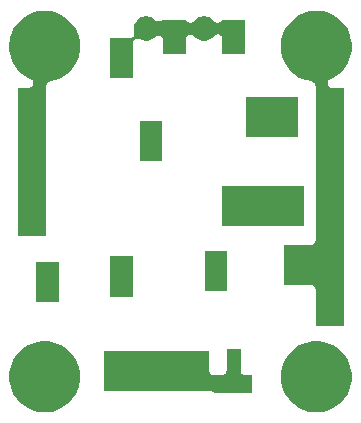
<source format=gbr>
G04 #@! TF.GenerationSoftware,KiCad,Pcbnew,(5.0.0)*
G04 #@! TF.CreationDate,2019-02-01T13:11:41+03:00*
G04 #@! TF.ProjectId,aks,616B732E6B696361645F706362000000,rev?*
G04 #@! TF.SameCoordinates,Original*
G04 #@! TF.FileFunction,Soldermask,Bot*
G04 #@! TF.FilePolarity,Negative*
%FSLAX46Y46*%
G04 Gerber Fmt 4.6, Leading zero omitted, Abs format (unit mm)*
G04 Created by KiCad (PCBNEW (5.0.0)) date 02/01/19 13:11:41*
%MOMM*%
%LPD*%
G01*
G04 APERTURE LIST*
%ADD10C,0.100000*%
G04 APERTURE END LIST*
D10*
G36*
X495585271Y-315057644D02*
X495875068Y-315115288D01*
X496421033Y-315341434D01*
X496912389Y-315669748D01*
X497330252Y-316087611D01*
X497658566Y-316578967D01*
X497884712Y-317124932D01*
X498000000Y-317704526D01*
X498000000Y-318295474D01*
X497884712Y-318875068D01*
X497658566Y-319421033D01*
X497330252Y-319912389D01*
X496912389Y-320330252D01*
X496421033Y-320658566D01*
X495875068Y-320884712D01*
X495585271Y-320942356D01*
X495295475Y-321000000D01*
X494704525Y-321000000D01*
X494414729Y-320942356D01*
X494124932Y-320884712D01*
X493578967Y-320658566D01*
X493087611Y-320330252D01*
X492669748Y-319912389D01*
X492341434Y-319421033D01*
X492115288Y-318875068D01*
X492000000Y-318295474D01*
X492000000Y-317704526D01*
X492115288Y-317124932D01*
X492341434Y-316578967D01*
X492669748Y-316087611D01*
X493087611Y-315669748D01*
X493578967Y-315341434D01*
X494124932Y-315115288D01*
X494414729Y-315057644D01*
X494704525Y-315000000D01*
X495295475Y-315000000D01*
X495585271Y-315057644D01*
X495585271Y-315057644D01*
G37*
G36*
X472585271Y-315057644D02*
X472875068Y-315115288D01*
X473421033Y-315341434D01*
X473912389Y-315669748D01*
X474330252Y-316087611D01*
X474658566Y-316578967D01*
X474884712Y-317124932D01*
X475000000Y-317704526D01*
X475000000Y-318295474D01*
X474884712Y-318875068D01*
X474658566Y-319421033D01*
X474330252Y-319912389D01*
X473912389Y-320330252D01*
X473421033Y-320658566D01*
X472875068Y-320884712D01*
X472585271Y-320942356D01*
X472295475Y-321000000D01*
X471704525Y-321000000D01*
X471414729Y-320942356D01*
X471124932Y-320884712D01*
X470578967Y-320658566D01*
X470087611Y-320330252D01*
X469669748Y-319912389D01*
X469341434Y-319421033D01*
X469115288Y-318875068D01*
X469000000Y-318295474D01*
X469000000Y-317704526D01*
X469115288Y-317124932D01*
X469341434Y-316578967D01*
X469669748Y-316087611D01*
X470087611Y-315669748D01*
X470578967Y-315341434D01*
X471124932Y-315115288D01*
X471414729Y-315057644D01*
X471704525Y-315000000D01*
X472295475Y-315000000D01*
X472585271Y-315057644D01*
X472585271Y-315057644D01*
G37*
G36*
X488600000Y-317450000D02*
X488607686Y-317528036D01*
X488630448Y-317603073D01*
X488667412Y-317672228D01*
X488717157Y-317732843D01*
X488777772Y-317782588D01*
X488846927Y-317819552D01*
X488921964Y-317842314D01*
X489000000Y-317850000D01*
X489550000Y-317850000D01*
X489550000Y-319350000D01*
X486359796Y-319350000D01*
X486332843Y-319317157D01*
X486272228Y-319267412D01*
X486203073Y-319230448D01*
X486128036Y-319207686D01*
X486050000Y-319200000D01*
X477050000Y-319200000D01*
X477050000Y-315800000D01*
X485950000Y-315800000D01*
X485950000Y-317450000D01*
X485957686Y-317528036D01*
X485980448Y-317603073D01*
X486017412Y-317672228D01*
X486067157Y-317732843D01*
X486127772Y-317782588D01*
X486196927Y-317819552D01*
X486271964Y-317842314D01*
X486350000Y-317850000D01*
X487000000Y-317850000D01*
X487078036Y-317842314D01*
X487153073Y-317819552D01*
X487222228Y-317782588D01*
X487282843Y-317732843D01*
X487332588Y-317672228D01*
X487369552Y-317603073D01*
X487392314Y-317528036D01*
X487400000Y-317450000D01*
X487400000Y-315650000D01*
X488600000Y-315650000D01*
X488600000Y-317450000D01*
X488600000Y-317450000D01*
G37*
G36*
X495585271Y-287057644D02*
X495875068Y-287115288D01*
X496421033Y-287341434D01*
X496912389Y-287669748D01*
X497330252Y-288087611D01*
X497658566Y-288578967D01*
X497884712Y-289124932D01*
X497893283Y-289168022D01*
X497963403Y-289520537D01*
X498000000Y-289704526D01*
X498000000Y-290295474D01*
X497884712Y-290875068D01*
X497658566Y-291421033D01*
X497330252Y-291912389D01*
X496912389Y-292330252D01*
X496421033Y-292658566D01*
X496199205Y-292750450D01*
X496130054Y-292787412D01*
X496069439Y-292837157D01*
X496019694Y-292897772D01*
X495982730Y-292966927D01*
X495959968Y-293041964D01*
X495952282Y-293120000D01*
X495959968Y-293198036D01*
X495982730Y-293273073D01*
X496019694Y-293342228D01*
X496069439Y-293402843D01*
X496130054Y-293452588D01*
X496199209Y-293489552D01*
X496274246Y-293512314D01*
X496352282Y-293520000D01*
X497340000Y-293520000D01*
X497340000Y-313710000D01*
X494940000Y-313710000D01*
X494940000Y-310600000D01*
X494932314Y-310521964D01*
X494909552Y-310446927D01*
X494872588Y-310377772D01*
X494822843Y-310317157D01*
X494762228Y-310267412D01*
X494693073Y-310230448D01*
X494618036Y-310207686D01*
X494540000Y-310200000D01*
X492300000Y-310200000D01*
X492300000Y-306800000D01*
X494540000Y-306800000D01*
X494618036Y-306792314D01*
X494693073Y-306769552D01*
X494762228Y-306732588D01*
X494822843Y-306682843D01*
X494872588Y-306622228D01*
X494909552Y-306553073D01*
X494932314Y-306478036D01*
X494940000Y-306400000D01*
X494940000Y-293375110D01*
X494932314Y-293297074D01*
X494909552Y-293222037D01*
X494872588Y-293152882D01*
X494822843Y-293092267D01*
X494762228Y-293042522D01*
X494693073Y-293005558D01*
X494618037Y-292982796D01*
X494124932Y-292884712D01*
X493578967Y-292658566D01*
X493087611Y-292330252D01*
X492669748Y-291912389D01*
X492341434Y-291421033D01*
X492115288Y-290875068D01*
X492000000Y-290295474D01*
X492000000Y-289704526D01*
X492036598Y-289520537D01*
X492106717Y-289168022D01*
X492115288Y-289124932D01*
X492341434Y-288578967D01*
X492669748Y-288087611D01*
X493087611Y-287669748D01*
X493578967Y-287341434D01*
X494124932Y-287115288D01*
X494414729Y-287057644D01*
X494704525Y-287000000D01*
X495295475Y-287000000D01*
X495585271Y-287057644D01*
X495585271Y-287057644D01*
G37*
G36*
X473200000Y-311700000D02*
X471300000Y-311700000D01*
X471300000Y-308300000D01*
X473200000Y-308300000D01*
X473200000Y-311700000D01*
X473200000Y-311700000D01*
G37*
G36*
X479450000Y-311200000D02*
X477550000Y-311200000D01*
X477550000Y-307800000D01*
X479450000Y-307800000D01*
X479450000Y-311200000D01*
X479450000Y-311200000D01*
G37*
G36*
X487450000Y-310700000D02*
X485550000Y-310700000D01*
X485550000Y-307300000D01*
X487450000Y-307300000D01*
X487450000Y-310700000D01*
X487450000Y-310700000D01*
G37*
G36*
X472585271Y-287057644D02*
X472875068Y-287115288D01*
X473421033Y-287341434D01*
X473912389Y-287669748D01*
X474330252Y-288087611D01*
X474658566Y-288578967D01*
X474884712Y-289124932D01*
X474893283Y-289168022D01*
X474963403Y-289520537D01*
X475000000Y-289704526D01*
X475000000Y-290295474D01*
X474884712Y-290875068D01*
X474658566Y-291421033D01*
X474330252Y-291912389D01*
X473912389Y-292330252D01*
X473421033Y-292658566D01*
X472875068Y-292884712D01*
X472451961Y-292968873D01*
X472376927Y-292991634D01*
X472307772Y-293028598D01*
X472247158Y-293078343D01*
X472197412Y-293138958D01*
X472160448Y-293208112D01*
X472137686Y-293283150D01*
X472130000Y-293361186D01*
X472130000Y-296234336D01*
X472127686Y-296241964D01*
X472120000Y-296320000D01*
X472120000Y-306080000D01*
X469720000Y-306080000D01*
X469720000Y-295745664D01*
X469722314Y-295738036D01*
X469730000Y-295660000D01*
X469730000Y-293520000D01*
X470647718Y-293520000D01*
X470725754Y-293512314D01*
X470800791Y-293489552D01*
X470869946Y-293452588D01*
X470930561Y-293402843D01*
X470980306Y-293342228D01*
X471017270Y-293273073D01*
X471040032Y-293198036D01*
X471047718Y-293120000D01*
X471040032Y-293041964D01*
X471017270Y-292966927D01*
X470980306Y-292897772D01*
X470930561Y-292837157D01*
X470869946Y-292787412D01*
X470800795Y-292750450D01*
X470578967Y-292658566D01*
X470087611Y-292330252D01*
X469669748Y-291912389D01*
X469341434Y-291421033D01*
X469115288Y-290875068D01*
X469000000Y-290295474D01*
X469000000Y-289704526D01*
X469036598Y-289520537D01*
X469106717Y-289168022D01*
X469115288Y-289124932D01*
X469341434Y-288578967D01*
X469669748Y-288087611D01*
X470087611Y-287669748D01*
X470578967Y-287341434D01*
X471124932Y-287115288D01*
X471414729Y-287057644D01*
X471704525Y-287000000D01*
X472295475Y-287000000D01*
X472585271Y-287057644D01*
X472585271Y-287057644D01*
G37*
G36*
X493950000Y-305200000D02*
X487050000Y-305200000D01*
X487050000Y-301800000D01*
X493950000Y-301800000D01*
X493950000Y-305200000D01*
X493950000Y-305200000D01*
G37*
G36*
X481950000Y-299700000D02*
X480050000Y-299700000D01*
X480050000Y-296300000D01*
X481950000Y-296300000D01*
X481950000Y-299700000D01*
X481950000Y-299700000D01*
G37*
G36*
X493450000Y-297700000D02*
X489050000Y-297700000D01*
X489050000Y-294300000D01*
X493450000Y-294300000D01*
X493450000Y-297700000D01*
X493450000Y-297700000D01*
G37*
G36*
X480906274Y-287490350D02*
X481097362Y-287569502D01*
X481269336Y-287684411D01*
X481367163Y-287782238D01*
X481427772Y-287831978D01*
X481496927Y-287868942D01*
X481571964Y-287891704D01*
X481650000Y-287899390D01*
X481728036Y-287891704D01*
X481803073Y-287868942D01*
X481872228Y-287831978D01*
X481911194Y-287800000D01*
X483999563Y-287800000D01*
X484017412Y-287833393D01*
X484067157Y-287894008D01*
X484127772Y-287943753D01*
X484196927Y-287980717D01*
X484271964Y-288003479D01*
X484350000Y-288011165D01*
X484428036Y-288003479D01*
X484503073Y-287980717D01*
X484572228Y-287943753D01*
X484632843Y-287894008D01*
X484682588Y-287833393D01*
X484684410Y-287830666D01*
X484684411Y-287830664D01*
X484830664Y-287684411D01*
X485002638Y-287569502D01*
X485193726Y-287490350D01*
X485396584Y-287450000D01*
X485603416Y-287450000D01*
X485806274Y-287490350D01*
X485997362Y-287569502D01*
X486169336Y-287684411D01*
X486315589Y-287830664D01*
X486315590Y-287830666D01*
X486317412Y-287833393D01*
X486367157Y-287894008D01*
X486427772Y-287943753D01*
X486496927Y-287980717D01*
X486571964Y-288003479D01*
X486650000Y-288011165D01*
X486728036Y-288003479D01*
X486803073Y-287980717D01*
X486872228Y-287943753D01*
X486932843Y-287894008D01*
X486982588Y-287833393D01*
X487000437Y-287800000D01*
X488950000Y-287800000D01*
X488950000Y-290700000D01*
X487050000Y-290700000D01*
X487050000Y-289388835D01*
X487042314Y-289310799D01*
X487019552Y-289235762D01*
X486982588Y-289166607D01*
X486932843Y-289105992D01*
X486872228Y-289056247D01*
X486803073Y-289019283D01*
X486728036Y-288996521D01*
X486650000Y-288988835D01*
X486571964Y-288996521D01*
X486496927Y-289019283D01*
X486427772Y-289056247D01*
X486367157Y-289105992D01*
X486317414Y-289166604D01*
X486315589Y-289169336D01*
X486169336Y-289315589D01*
X485997362Y-289430498D01*
X485806274Y-289509650D01*
X485603416Y-289550000D01*
X485396584Y-289550000D01*
X485193726Y-289509650D01*
X485002638Y-289430498D01*
X484830664Y-289315589D01*
X484684411Y-289169336D01*
X484682586Y-289166604D01*
X484632843Y-289105992D01*
X484572228Y-289056247D01*
X484503073Y-289019283D01*
X484428036Y-288996521D01*
X484350000Y-288988835D01*
X484271964Y-288996521D01*
X484196927Y-289019283D01*
X484127772Y-289056247D01*
X484067157Y-289105992D01*
X484017412Y-289166607D01*
X483980448Y-289235762D01*
X483957686Y-289310799D01*
X483950000Y-289388835D01*
X483950000Y-290700000D01*
X482050000Y-290700000D01*
X482050000Y-289500610D01*
X482042314Y-289422574D01*
X482019552Y-289347537D01*
X481982588Y-289278382D01*
X481932843Y-289217767D01*
X481872228Y-289168022D01*
X481803073Y-289131058D01*
X481728036Y-289108296D01*
X481650000Y-289100610D01*
X481571964Y-289108296D01*
X481496927Y-289131058D01*
X481427772Y-289168022D01*
X481367163Y-289217762D01*
X481269336Y-289315589D01*
X481097362Y-289430498D01*
X480906274Y-289509650D01*
X480703416Y-289550000D01*
X480496584Y-289550000D01*
X480293726Y-289509650D01*
X480102638Y-289430498D01*
X480072226Y-289410177D01*
X480003074Y-289373214D01*
X479928037Y-289350452D01*
X479850001Y-289342766D01*
X479771965Y-289350452D01*
X479696927Y-289373214D01*
X479627772Y-289410178D01*
X479567158Y-289459923D01*
X479517413Y-289520537D01*
X479480448Y-289589692D01*
X479457686Y-289664729D01*
X479450000Y-289742766D01*
X479450000Y-292700000D01*
X477550000Y-292700000D01*
X477550000Y-289300000D01*
X479201158Y-289300000D01*
X479279194Y-289292314D01*
X479354231Y-289269552D01*
X479423386Y-289232588D01*
X479484001Y-289182843D01*
X479533746Y-289122228D01*
X479570710Y-289053073D01*
X479593472Y-288978036D01*
X479601158Y-288900000D01*
X479593472Y-288821963D01*
X479590352Y-288806280D01*
X479590350Y-288806274D01*
X479550000Y-288603416D01*
X479550000Y-288396584D01*
X479590350Y-288193726D01*
X479669502Y-288002638D01*
X479784411Y-287830664D01*
X479930664Y-287684411D01*
X480102638Y-287569502D01*
X480293726Y-287490350D01*
X480496584Y-287450000D01*
X480703416Y-287450000D01*
X480906274Y-287490350D01*
X480906274Y-287490350D01*
G37*
M02*

</source>
